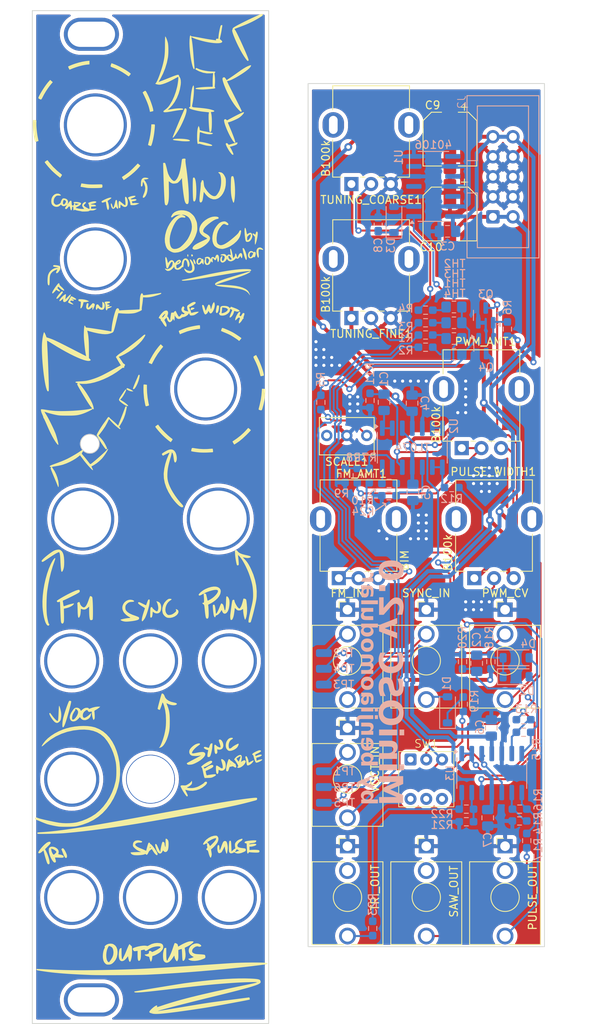
<source format=kicad_pcb>
(kicad_pcb (version 20240108) (generator "pcbnew") (generator_version "8.0")
  (title_block (title "MiniOSC") (rev "v2.0") (company "benjiaomodular"))
  (layers (0 "F.Cu" signal) (31 "B.Cu" signal) (34 "B.Paste" user) (35 "F.Paste" user) (36 "B.SilkS" user "B.Silkscreen") (37 "F.SilkS" user "F.Silkscreen") (38 "B.Mask" user) (39 "F.Mask" user) (44 "Edge.Cuts" user))
  (net 0 "")
  (net 1 "Net-(U2A--)")
  (net 2 "Net-(D2-K)")
  (net 3 "GND")
  (net 4 "+12V")
  (net 5 "-12V")
  (net 6 "Net-(D3-K)")
  (net 7 "Net-(D2-A)")
  (net 8 "Net-(D3-A)")
  (net 9 "Net-(D4-A)")
  (net 10 "Net-(D1-A)")
  (net 11 "Net-(FM_AMT1-Pad3)")
  (net 12 "Net-(J9-PadT)")
  (net 13 "Net-(J9-PadTN)")
  (net 14 "Net-(D1-K)")
  (net 15 "Net-(J11-PadTN)")
  (net 16 "Net-(J11-PadT)")
  (net 17 "Net-(J12-PadT)")
  (net 19 "Net-(J13-PadT)")
  (net 22 "Net-(J14-PadT)")
  (net 23 "Net-(PULSE_WIDTH1-Pad2)")
  (net 24 "Net-(PWM_AMT1-Pad1)")
  (net 25 "Net-(R1-Pad1)")
  (net 26 "Net-(R2-Pad1)")
  (net 27 "Net-(R3-Pad2)")
  (net 28 "Net-(R3-Pad1)")
  (net 29 "Net-(R4-Pad2)")
  (net 30 "Net-(R4-Pad1)")
  (net 31 "Net-(R5-Pad1)")
  (net 32 "Net-(U2C--)")
  (net 33 "Net-(U2D-+)")
  (net 34 "Net-(R10-Pad2)")
  (net 35 "Net-(U2D--)")
  (net 36 "Net-(U3B--)")
  (net 37 "Net-(R16-Pad2)")
  (net 38 "Net-(U3D--)")
  (net 39 "Net-(R22-Pad2)")
  (net 45 "Net-(U3D-+)")
  (net 46 "Net-(Q3-B)")
  (net 47 "Net-(Q4-B)")
  (net 48 "Net-(J1-PadTN)")
  (net 49 "Net-(J10-PadT)")
  (net 50 "Net-(SW1A-B)")
  (net 55 "Net-(J10-PadTN)")
  (net 56 "Net-(U2C-+)")
  (net 57 "Net-(U3C--)")
  (net 58 "Net-(U2B--)")
  (footprint "benjiaomodular:Potentiometer_RV09" (layer "F.Cu") (at 180.5 62 90)
    (property "Reference" "TUNING_COARSE1")
    (property "Value" "B100k")
  )
  (footprint "benjiaomodular:Button_KFC7x7" (layer "F.Cu") (at 190 137.5)
    (property "Reference" "SW1")
    (property "Value" "SW_DPDT_x2")
  )
  (footprint "benjiaomodular:AudioJack_3.5mm" (layer "F.Cu") (at 200 146)
    (property "Reference" "J14" (hide yes))
    (property "Value" "PULSE_OUT")
  )
  (footprint "Capacitor_SMD:CP_Elec_6.3x4.5" (layer "F.Cu") (at 193 65.8 -90)
    (property "Reference" "C10")
    (property "Value" "22uF")
  )
  (footprint "benjiaomodular:AudioJack_3.5mm" (layer "F.Cu") (at 180 146)
    (property "Reference" "J12" (hide yes))
    (property "Value" "TRI_OUT")
  )
  (footprint "benjiaomodular:Potentiometer_RV09" (layer "F.Cu") (at 178.9 112 90)
    (property "Reference" "FM_AMT1")
    (property "Value" "BIM")
  )
  (footprint "benjiaomodular:PanelHole_Potentiometer_RV09" (layer "F.Cu") (at 145.5 79 90)
    (property "Reference" "REF**" (hide yes))
    (property "Value" "PanelHole_Potentiometer_RV09" (hide yes))
  )
  (footprint "benjiaomodular:AudioJack_3.5mm" (layer "F.Cu") (at 200 116)
    (property "Reference" "J11" (hide yes))
    (property "Value" "PWM_CV")
  )
  (footprint "benjiaomodular:Panel_6HP" (layer "F.Cu") (at 140 40)
    (property "Reference" "REF**")
    (property "Value" "Panel_6HP")
  )
  (footprint "benjiaomodular:PanelHole_AudioJack_3.5mm" (layer "F.Cu") (at 165 116)
    (property "Reference" "REF**")
    (property "Value" "PanelHole_AudioJack_3.5mm")
  )
  (footprint "benjiaomodular:PanelHole_AudioJack_3.5mm" (layer "F.Cu") (at 145 131)
    (property "Reference" "REF**")
    (property "Value" "PanelHole_AudioJack_3.5mm" (hide yes))
  )
  (footprint "benjiaomodular:PanelHole_Potentiometer_RV09" (layer "F.Cu") (at 143.9 112 90)
    (property "Reference" "REF**" (hide yes))
    (property "Value" "PanelHole_Potentiometer_RV09" (hide yes))
  )
  (footprint "benjiaomodular:PanelHole_AudioJack_3.5mm" (layer "F.Cu") (at 145 146)
    (property "Reference" "REF**")
    (property "Value" "PanelHole_AudioJack_3.5mm" (hide yes))
  )
  (footprint "benjiaomodular:PanelHole_AudioJack_3.5mm" (layer "F.Cu") (at 155 116)
    (property "Reference" "REF**")
    (property "Value" "PanelHole_AudioJack_3.5mm")
  )
  (footprint "benjiaomodular:AudioJack_3.5mm" (layer "F.Cu") (at 180 131)
    (property "Reference" "J9" (hide yes))
    (property "Value" "VOCT_IN")
  )
  (footprint "benjiaomodular:Potentiometer_RV09" (layer "F.Cu") (at 196.1 112 90)
    (property "Reference" "PULSE_WIDTH1")
    (property "Value" "B100k")
  )
  (footprint "benjiaomodular:AudioJack_3.5mm" (layer "F.Cu") (at 190 116)
    (property "Reference" "J1" (hide yes))
    (property "Value" "SYNC_IN")
  )
  (footprint "benjiaomodular:PanelHole_Potentiometer_RV09" (layer "F.Cu") (at 159.5 95.5 90)
    (property "Reference" "REF**" (hide yes))
    (property "Value" "PanelHole_Potentiometer_RV09" (hide yes))
  )
  (footprint "benjiaomodular:PanelHole_Potentiometer_RV09" (layer "F.Cu") (at 161.1 112 90)
    (property "Reference" "REF**" (hide yes))
    (property "Value" "PanelHole_Potentiometer_RV09" (hide yes))
  )
  (footprint "LOGO" (layer "F.Cu") (at 154.8 104.25)
    (property "Reference" "G***" (hide yes))
    (property "Value" "LOGO" (hide yes))
  )
  (footprint "benjiaomodular:PanelHole_AudioJack_3.5mm" (layer "F.Cu") (at 165 146)
    (property "Reference" "REF**")
    (property "Value" "PanelHole_AudioJack_3.5mm")
  )
  (footprint "benjiaomodular:PanelHole_Potentiometer_RV09" (layer "F.Cu") (at 145.5 62 90)
    (property "Reference" "REF**" (hide yes))
    (property "Value" "PanelHole_Potentiometer_RV09" (hide yes))
  )
  (footprint "benjiaomodular:Potentiometer_RV09" (layer "F.Cu") (at 180.5 79 90)
    (property "Reference" "TUNING_FINE1")
    (property "Value" "B100k")
  )
  (footprint "benjiaomodular:Potentiometer_RV09" (layer "F.Cu") (at 194.5 95.5 90)
    (property "Reference" "PWM_AMT1")
    (property "Value" "B100k")
  )
  (footprint "benjiaomodular:AudioJack_3.5mm" (layer "F.Cu") (at 190 146)
    (property "Reference" "J13" (hide yes))
    (property "Value" "SAW_OUT")
  )
  (footprint "Potentiometer_THT:Potentiometer_Bourns_3266Y_Vertical" (layer "F.Cu") (at 182.45 93.9)
    (property "Reference" "SCALE1")
    (property "Value" "B1k")
  )
  (footprint "benjiaomodular:PanelHole_AudioJack_3.5mm" (layer "F.Cu") (at 155 146)
    (property "Reference" "REF**")
    (property "Value" "PanelHole_AudioJack_3.5mm")
  )
  (footprint "benjiaomodular:PanelHole_AudioJack_3.5mm" (layer "F.Cu") (at 145 116)
    (property "Reference" "REF**")
    (property "Value" "PanelHole_AudioJack_3.5mm" (hide yes))
  )
  (footprint "Capacitor_SMD:CP_Elec_6.3x4.5" (layer "F.Cu") (at 193 56.3 -90)
    (property "Reference" "C9")
    (property "Value" "22uF")
  )
  (footprint "benjiaomodular:AudioJack_3.5mm" (layer "F.Cu") (at 180 116)
    (property "Reference" "J10" (hide yes))
    (property "Value" "FM_IN")
  )
  (footprint "Diode_SMD:D_SOD-123" (layer "B.Cu") (at 201.4 124.5)
    (property "Reference" "D2")
    (property "Value" "1N4148W")
  )
  (footprint "Diode_SMD:D_SOD-123" (layer "B.Cu") (at 192.7 128.7 90)
    (property "Reference" "D1")
    (property "Value" "1N4148W")
  )
  (footprint "Connector_Wire:SolderWirePad_1x01_SMD_1x2mm" (layer "B.Cu") (at 177 123.5 90)
    (property "Reference" "TP4")
    (property "Value" "TestPoint")
  )
  (footprint "Resistor_SMD:R_0603_1608Metric_Pad0.98x0.95mm_HandSolder" (layer "B.Cu") (at 182.86 89.46 90)
    (property "Reference" "R11")
    (property "Value" "100k")
  )
  (footprint "Resistor_SMD:R_0603_1608Metric_Pad0.98x0.95mm_HandSolder" (layer "B.Cu") (at 198.2 122.6 90)
    (property "Reference" "R18")
    (property "Value" "20k")
  )
  (footprint "Connector_Wire:SolderWirePad_1x01_SMD_1x2mm" (layer "B.Cu") (at 177 125.5 90)
    (property "Reference" "TP3")
    (property "Value" "TestPoint")
  )
  (footprint "Resistor_SMD:R_0805_2012Metric_Pad1.20x1.40mm_HandSolder" (layer "B.Cu") (at 193.5125 77.6 180)
    (property "Reference" "TH2")
    (property "Value" "10K NTC")
  )
  (footprint "Resistor_SMD:R_0603_1608Metric_Pad0.98x0.95mm_HandSolder" (layer "B.Cu") (at 179.7 98.95 -90)
    (property "Reference" "R9")
    (property "Value" "10k")
  )
  (footprint "Package_SO:SOIC-14_3.9x8.7mm_P1.27mm" (layer "B.Cu") (at 198.3125 136.725 -90)
    (property "Reference" "U3")
    (property "Value" "TL074")
  )
  (footprint "Resistor_SMD:R_0603_1608Metric_Pad0.98x0.95mm_HandSolder" (layer "B.Cu") (at 193.2225 100.5)
    (property "Reference" "R12")
    (property "Value" "1k")
  )
  (footprint "Resistor_SMD:R_0603_1608Metric_Pad0.98x0.95mm_HandSolder" (layer "B.Cu") (at 183.2 156.4375 -90)
    (property "Reference" "R23")
    (property "Value" "1k")
  )
  (footprint "Capacitor_SMD:C_0603_1608Metric_Pad1.08x0.95mm_HandSolder" (layer "B.Cu") (at 183.9 67.1 90)
    (property "Reference" "C8")
    (property "Value" "2.2nF")
  )
  (footprint "Resistor_SMD:R_0603_1608Metric_Pad0.98x0.95mm_HandSolder" (layer "B.Cu") (at 185.26 101.54 180)
    (property "Reference" "R24")
    (property "Value" "68k")
  )
  (footprint "Diode_SMD:D_SOD-123" (layer "B.Cu") (at 185.9 66.5 90)
    (property "Reference" "D3")
    (property "Value" "1N4148W")
  )
  (footprint "Capacitor_SMD:C_0805_2012Metric_Pad1.18x1.45mm_HandSolder" (layer "B.Cu") (at 196.4 122.8 -90)
    (property "Reference" "C2")
    (property "Value" "1uF")
  )
  (footprint "Resistor_SMD:R_0603_1608Metric_Pad0.98x0.95mm_HandSolder" (layer "B.Cu") (at 189.9125 82.7 180)
    (property "Reference" "R2")
    (property "Value" "100k")
  )
  (footprint "Connector_Wire:SolderWirePad_1x01_SMD_1x2mm" (layer "B.Cu") (at 177 121.5 90)
    (property "Reference" "TP2")
    (property "Value" "TestPoint")
  )
  (footprint "Resistor_SMD:R_0603_1608Metric_Pad0.98x0.95mm_HandSolder" (layer "B.Cu") (at 194.6 122.6 -90)
    (property "Reference" "R20")
    (property "Value" "200k")
  )
  (footprint "Connector_Wire:SolderWirePad_1x01_SMD_1x2mm" (layer "B.Cu") (at 177 140.5 90)
    (property "Reference" "TP5")
    (property "Value" "TestPoint")
  )
  (footprint "Resistor_SMD:R_0603_1608Metric_Pad0.98x0.95mm_HandSolder" (layer "B.Cu") (at 182.77 98.98 -90)
    (property "Reference" "R7")
    (property "Value" "100k")
  )
  (footprint "Connector_Wire:SolderWirePad_1x01_SMD_1x2mm" (layer "B.Cu") (at 177 138.5 90)
    (property "Reference" "TP6")
    (property "Value" "TestPoint")
  )
  (footprint "Resistor_SMD:R_0603_1608Metric_Pad0.98x0.95mm_HandSolder" (layer "B.Cu") (at 181.24 98.98 -90)
    (property "Reference" "R8")
    (property "Value" "20k")
  )
  (footprint "Resistor_SMD:R_0805_2012Metric_Pad1.20x1.40mm_HandSolder" (layer "B.Cu") (at 193.5125 83.6 180)
    (property "Reference" "TH4")
    (property "Value" "10K NTC")
  )
  (footprint "Capacitor_SMD:C_0805_2012Metric_Pad1.18x1.45mm_HandSolder" (layer "B.Cu") (at 197.8 142.4 90)
    (property "Reference" "C7")
    (property "Value" "100nF")
  )
  (footprint "Resistor_SMD:R_0603_1608Metric_Pad0.98x0.95mm_HandSolder" (layer "B.Cu") (at 189.9125 81.15 180)
    (property "Reference" "R1")
    (property "Value" "100k")
  )
  (footprint "Resistor_SMD:R_0603_1608Metric_Pad0.98x0.95mm_HandSolder" (layer "B.Cu") (at 176.62 89.7025 90)
    (property "Reference" "R5")
    (property "Value" "1K5")
  )
  (footprint "Connector_Wire:SolderWirePad_1x01_SMD_1x2mm" (layer "B.Cu") (at 177 136.5 90)
    (property "Reference" "TP1")
    (property "Value" "TestPoint")
  )
  (footprint "Capacitor_SMD:C_0805_2012Metric_Pad1.18x1.45mm_HandSolder" (layer "B.Cu") (at 188.2 89.8 90)
    (property "Reference" "C4")
    (property "Value" "100nF")
  )
  (footprint "Resistor_SMD:R_0603_1608Metric_Pad0.98x0.95mm_HandSolder" (layer "B.Cu") (at 202.75 145.3 -90)
    (property "Reference" "R17")
    (property "Value" "1k")
  )
  (footprint "Capacitor_SMD:C_0805_2012Metric_Pad1.18x1.45mm_HandSolder" (layer "B.Cu") (at 192.7 68 180)
    (property "Reference" "C3")
    (property "Value" "100nF")
  )
  (footprint "Resistor_SMD:R_0603_1608Metric_Pad0.98x0.95mm_HandSolder" (layer "B.Cu") (at 202.35 129.95 180)
    (property "Reference" "R13")
    (property "Value" "10k")
  )
  (footprint "Package_TO_SOT_SMD:SOT-23" (layer "B.Cu") (at 197.55 78.6625 90)
    (property "Reference" "Q3")
    (property "Value" "BC848")
  )
  (footprint "Resistor_SMD:R_0603_1608Metric_Pad0.98x0.95mm_HandSolder" (layer "B.Cu") (at 202.35 131.55 180)
    (property "Reference" "R15")
    (property "Value" "10k")
  )
  (footprint "Package_SO:SOIC-14_3.9x8.7mm_P1.27mm" (layer "B.Cu") (at 188.2275 95.45 -90)
    (property "Reference" "U2")
    (property "Value" "TL074")
  )
  (footprint "Resistor_SMD:R_0603_1608Metric_Pad0.98x0.95mm_HandSolder" (layer "B.Cu") (at 201.8375 142.8 180)
    (property "Reference" "R14")
    (property "Value" "33k")
  )
  (footprint "Resistor_SMD:R_0603_1608Metric_Pad0.98x0.95mm_HandSolder" (layer "B.Cu") (at 194.7 127.9875 90)
    (property "Reference" "R19")
    (property "Value" "1k")
  )
  (footprint "Resistor_SMD:R_0603_1608Metric_Pad0.98x0.95mm_HandSolder" (layer "B.Cu") (at 185.28 99.98 180)
    (property "Reference" "R10")
    (property "Value" "100k")
  )
  (footprint "Capacitor_SMD:C_0805_2012Metric_Pad1.18x1.45mm_HandSolder" (layer "B.Cu") (at 184.64 89.69 90)
    (property "Reference" "C1")
    (property "Value" "1uF")
  )
  (footprint "benjiaomodular:Header_IDC2x05_NoArrow" (layer "B.Cu") (at 198.46 66.16)
    (property "Reference" "J2")
    (property "Value" "Conn_01x10_Pin")
  )
  (footprint "Resistor_SMD:R_0603_1608Metric_Pad0.98x0.95mm_HandSolder" (layer "B.Cu") (at 195.0875 142.9 180)
    (property "Reference" "R21")
    (property "Value" "10k")
  )
  (footprint "Package_TO_SOT_SMD:SOT-23" (layer "B.Cu") (at 197.6 82.5625 -90)
    (property "Reference" "Q4")
    (property "Value" "BC858")
  )
  (footprint "Resistor_SMD:R_0603_1608Metric_Pad0.98x0.95mm_HandSolder" (layer "B.Cu") (at 189.9125 79.6 180)
    (property "Reference" "R3")
    (property "Value" "1M")
  )
  (footprint "Package_SO:SOIC-14_3.9x8.7mm_P1.27mm" (layer "B.Cu") (at 190.9 62.3)
    (property "Reference" "U1")
    (property "Value" "40106")
  )
  (footprint "Resistor_SMD:R_0603_1608Metric_Pad0.98x0.95mm_HandSolder" (layer "B.Cu") (at 201.85 141.3)
    (property "Reference" "R16")
    (property "Value" "100k")
  )
  (footprint "Resistor_SMD:R_0603_1608Metric_Pad0.98x0.95mm_HandSolder" (layer "B.Cu") (at 195.0875 141.3 180)
    (property "Reference" "R22")
    (property "Value" "100k")
  )
  (footprint "Resistor_SMD:R_0603_1608Metric_Pad0.98x0.95mm_HandSolder" (layer "B.Cu") (at 189.9125 78 180)
    (property "Reference" "R4")
    (property "Value" "100k")
  )
  (footprint "Capacitor_SMD:C_0805_2012Metric_Pad1.18x1.45mm_HandSolder" (layer "B.Cu") (at 188.3 101.11 90)
    (property "Reference" "C5")
    (property "Value" "100nF")
  )
  (footprint "Resistor_SMD:R_0603_1608Metric_Pad0.98x0.95mm_HandSolder" (layer "B.Cu") (at 200.3 80.4 -90)
    (property "Reference" "R6")
    (property "Value" "1M")
  )
  (footprint "Capacitor_SMD:C_0805_2012Metric_Pad1.18x1.45mm_HandSolder" (layer "B.Cu") (at 198.25 131 90)
    (property "Reference" "C6")
    (property "Value" "100nF")
  )
  (footprint "Resistor_SMD:R_0805_2012Metric_Pad1.20x1.40mm_HandSolder" (layer "B.Cu") (at 193.5125 81.6 180)
    (property "Reference" "TH1")
    (property "Value" "10K NTC")
  )
  (footprint "Diode_SMD:D_SOD-123" (layer "B.Cu") (at 201.4 122.1)
    (property "Reference" "D4")
    (property "Value" "1N4148W")
  )
  (footprint "Resistor_SMD:R_0805_2012Metric_Pad1.20x1.40mm_HandSolder" (layer "B.Cu") (at 193.5125 79.6 180)
    (property "Reference" "TH3")
    (property "Value" "10K NTC")
  )
  (gr_line (start 183.575 100.675) (end 183.175 100.65) (stroke (width 0.15)) (layer "B.SilkS"))
  (gr_line (start 184.825 102.875) (end 184.85 102.55) (stroke (width 0.15)) (layer "B.SilkS"))
  (gr_line (start 183.55 101.025) (end 183.575 100.675) (stroke (width 0.15)) (layer "B.SilkS"))
  (gr_line (start 184.85 102.55) (end 184.825 102.875) (stroke (width 0.15)) (layer "B.SilkS"))
  (gr_line (start 183.575 100.675) (end 182.675 101.325) (stroke (width 0.15)) (layer "B.SilkS"))
  (gr_line (start 184.85 102.55) (end 183.525 103.45) (stroke (width 0.15)) (layer "B.SilkS"))
  (gr_line (start 183.575 100.675) (end 183.55 101.025) (stroke (width 0.15)) (layer "B.SilkS"))
  (gr_line (start 184.85 102.55) (end 184.475 102.45) (stroke (width 0.15)) (layer "B.SilkS"))
  (gr_rect (start 175 49.25) (end 205 158.75) (stroke (width 0.1)) (fill none) (layer "Edge.Cuts"))
  (gr_rect (start 140 40) (end 170 168.5) (stroke (width 0.1)) (fill none) (layer "Edge.Cuts"))
  (gr_circle (center 147.3 94.95) (end 148.5 94.95) (stroke (width 0.1)) (fill none) (layer "Edge.Cuts"))
  (gr_text "by benjiaomodular" (at 181.4 140.8 -90) (layer "B.SilkS") (effects (font (size 2 2) (thickness 0.4) (bold yes)) (justify left bottom mirror)))
  (gr_text "MiniOSC v2.0" (at 183.5 140.9 270) (layer "B.SilkS") (effects (font (size 3 3) (thickness 0.6) (bold yes)) (justify left bottom mirror)))
  (via (at 155 137.5) (size 6.2) (drill 6) (layers "F.Cu" "B.Cu") (net 0))
  (segment (start 184.64 92.7525) (end 184.4175 92.975) (width 0.25) (layer "B.Cu") (net 1))
  (segment (start 184.64 90.7275) (end 184.64 92.7525) (width 0.25) (layer "B.Cu") (net 1))
  (segment (start 184.4175 92.975) (end 185.6875 92.975) (width 0.25) (layer "B.Cu") (net 1))
  (segment (start 198.6125 122.1) (end 198.2 121.6875) (width 0.25) (layer "B.Cu") (net 2))
  (segment (start 199.75 122.1) (end 198.6125 122.1) (width 0.25) (layer "B.Cu") (net 2))
  (segment (start 196.475 121.6875) (end 196.4 121.7625) (width 0.25) (layer "B.Cu") (net 2))
  (segment (start 199.75 122.1) (end 199.75 124.5) (width 0.25) (layer "B.Cu") (net 2))
  (segment (start 198.2 121.6875) (end 196.475 121.6875) (width 0.25) (layer "B.Cu") (net 2))
  (via (at 196 115) (size 0.8) (drill 0.4) (layers "F.Cu" "B.Cu") (net 3))
  (via (at 181.3 90.8) (size 0.8) (drill 0.4) (layers "F.Cu" "B.Cu") (net 3))
  (via (at 199 98) (size 0.8) (drill 0.4) (layers "F.Cu" "B.Cu") (net 3))
  (via (at 179 85) (size 0.8) (drill 0.4) (layers "F.Cu" "B.Cu") (net 3))
  (via (at 177 83) (size 0.8) (drill 0.4) (layers "F.Cu" "B.Cu") (net 3))
  (via (at 198 115) (size 0.8) (drill 0.4) (layers "F.Cu" "B.Cu") (net 3))
  (via (at 186 87) (size 0.8) (drill 0.4) (layers "F.Cu" "B.Cu") (net 3))
  (via (at 195 116) (size 0.8) (drill 0.4) (layers "F.Cu" "B.Cu") (net 3))
  (via (at 180.3 89.9) (size 0.8) (drill 0.4) (layers "F.Cu" "B.Cu") (net 3))
  (via (at 194 91) (size 0.8) (drill 0.4) (layers "F.Cu" "B.Cu") (net 3))
  (via (at 181.3 89.9) (size 0.8) (drill 0.4) (layers "F.Cu" "B.Cu") (net 3))
  (via (at 188 107) (size 0.8) (drill 0.4) (layers "F.Cu" "B.Cu") (net 3))
  (via (at 190 87) (size 0.8) (drill 0.4) (layers "F.Cu" "B.Cu") (net 3))
  (via (at 177 84) (size 0.8) (drill 0.4) (layers "F.Cu" "B.Cu") (net 3))
  (via (at 176 84) (size 0.8) (drill 0.4) (layers "F.Cu" "B.Cu") (net 3))
  (via (at 189 105) (size 0.8) (drill 0.4) (layers "F.Cu" "B.Cu") (net 3))
  (via (at 184 106) (size 0.8) (drill 0.4) (layers "F.Cu" "B.Cu") (net 3))
  (via (at 190 104) (size 0.8) (drill 0.4) (layers "F.Cu" "B.Cu") (net 3))
  (via (at 178 84) (size 0.8) (drill 0.4) (layers "F.Cu" "B.Cu") (net 3))
  (via (at 195 115) (size 0.8) (drill 0.4) (layers "F.Cu" "B.Cu") (net 3))
  (via (at 195 87) (size 0.8) (drill 0.4) (layers "F.Cu" "B.Cu") (net 3))
  (via (at 197 101) (size 0.8) (drill 0.4) (layers "F.Cu" "B.Cu") (net 3))
  (via (at 176 82) (size 0.8) (drill 0.4) (layers "F.Cu" "B.Cu") (net 3))
  (via (at 195 89) (size 0.8) (drill 0.4) (layers "F.Cu" "B.Cu") (net 3))
  (via (at 176 83) (size 0.8) (drill 0.4) (layers "F.Cu" "B.Cu") (net 3))
  (via (at 195 91) (size 0.8) (drill 0.4) (layers "F.Cu" "B.Cu") (net 3))
  (via (at 197 115) (size 0.8) (drill 0.4) (layers "F.Cu" "B.Cu") (net 3))
  (via (at 197 100) (size 0.8) (drill 0.4) (layers "F.Cu" "B.Cu") (net 3))
  (via (at 176 85) (size 0.8) (drill 0.4) (layers "F.Cu" "B.Cu") (net 3))
  (via (at 187 87) (size 0.8) (drill 0.4) (layers "F.Cu" "B.Cu") (net 3))
  (via (at 188 87) (size 0.8) (drill 0.4) (layers "F.Cu" "B.Cu") (net 3))
  (via (at 198 99) (size 0.8) (drill 0.4) (layers "F.Cu" "B.Cu") (net 3))
  (via (at 180.3 89) (size 0.8) (drill 0.4) (layers "F.Cu" "B.Cu") (net 3))
  (via (at 197 116) (size 0.8) (drill 0.4) (layers "F.Cu" "B.Cu") (net 3))
  (via (at 185 107) (size 0.8) (drill 0.4) (layers "F.Cu" "B.Cu") (net 3))
  (via (at 196 100) (size 0.8) (drill 0.4) (layers "F.Cu" "B.Cu") (net 3))
  (via (at 199 99) (size 0.8) (drill 0.4) (layers "F.Cu" "B.Cu") (net 3))
  (via (at 190 107) (size 0.8) (drill 0.4) (layers "F.Cu" "B.Cu") (net 3))
  (via (at 180.3 90.8) (size 0.8) (drill 0.4) (layers "F.Cu" "B.Cu") (net 3))
  (via (at 198 101) (size 0.8) (drill 0.4) (layers "F.Cu" "B.Cu") (net 3))
  (via (at 177 85) (size 0.8) (drill 0.4) (layers "F.Cu" "B.Cu") (net 3))
  (via (at 178 85) (size 0.8) (drill 0.4) (layers "F.Cu" "B.Cu") (net 3))
  (via (at 181.3 89) (size 0.8) (drill 0.4) (layers "F.Cu" "B.Cu") (net 3))
  (via (at 189 106) (size 0.8) (drill 0.4) (layers "F.Cu" "B.Cu") (net 3))
  (via (at 197 98) (size 0.8) (drill 0.4) (layers "F.Cu" "B.Cu") (net 3))
  (via (at 189 107) (size 0.8) (drill 0.4) (layers "F.Cu" "B.Cu") (net 3))
  (via (at 196 116) (size 0.8) (drill 0.4) (layers "F.Cu" "B.Cu") (net 3))
  (via (at 195 88) (size 0.8) (drill 0.4) (layers "F.Cu" "B.Cu") (net 3))
  (via (at 189 104) (size 0.8) (drill 0.4) (layers "F.Cu" "B.Cu") (net 3))
  (via (at 190 106) (size 0.8) (drill 0.4) (layers "F.Cu" "B.Cu") (net 3))
  (via (at 197 99) (size 0.8) (drill 0.4) (layers "F.Cu" "B.Cu") (net 3))
  (via (at 198 98) (size 0.8) (drill 0.4) (layers "F.Cu" "B.Cu") (net 3))
  (via (at 196 99) (size 0.8) (drill 0.4) (layers "F.Cu" "B.Cu") (net 3))
  (via (at 198 100) (size 0.8) (drill 0.4) (layers "F.Cu" "B.Cu") (net 3))
  (via (at 189 87) (size 0.8) (drill 0.4) (layers "F.Cu" "B.Cu") (net 3))
  (via (at 199 100) (size 0.8) (drill 0.4) (layers "F.Cu" "B.Cu") (net 3))
  (via (at 190 105) (size 0.8) (drill 0.4) (layers "F.Cu" "B.Cu") (net 3))
  (via (at 195 90) (size 0.8) (drill 0.4) (layers "F.Cu" "B.Cu") (net 3))
  (segment (start 189.4975 92.000001) (end 189.4975 92.975) (width 0.25) (layer "B.Cu") (net 3))
  (segment (start 191.4 52) (end 185.3 52) (width 0.5) (layer "F.Cu") (net 4))
  (segment (start 200.4 104.65) (end 200.4 111.3) (width 0.5) (layer "F.Cu") (net 4))
  (segment (start 185.740775 88.940775) (end 186.095 88.940775) (width 0.5) (layer "F.Cu") (net 4))
  (segment (start 180.1 57.2) (end 180.1 57.3) (width 0.5) (layer "F.Cu") (net 4))
  (segment (start 193 53.6) (end 191.4 52) (width 0.5) (layer "F.Cu") (net 4))
  (segment (start 195.4 56) (end 193 53.6) (width 0.5) (layer "F.Cu") (net 4))
  (segment (start 198.46 56) (end 195.4 56) (width 0.5) (layer "F.Cu") (net 4))
  (segment (start 200.4 111.3) (end 201.1 112) (width 0.5) (layer "F.Cu") (net 4))
  (segment (start 201.6 82.6) (end 203.6 84.6) (width 0.5) (layer "F.Cu") (net 4))
  (segment (start 176.9 80.1) (end 185.740775 88.940775) (width 0.5) (layer "F.Cu") (net 4))
  (segment (start 201.6 81.8) (end 201.6 82.6) (width 0.5) (layer "F.Cu") (net 4))
  (segment (start 199.296752 103.546752) (end 200.4 104.65) (width 0.5) (layer "F.Cu") (net 4))
  (segment (start 185.3 52) (end 180.1 57.2) (width 0.5) (layer "F.Cu") (net 4))
  (via (at 186.095 88.940775) (size 1) (drill 0.5) (layers "F.Cu" "B.Cu") (net 4))
  (via (at 203.6 84.6) (size 0.8) (drill 0.4) (layers "F.Cu" "B.Cu") (net 4))
  (via (at 199.296752 103.546752) (size 1) (drill 0.5) (layers "F.Cu" "B.Cu") (net 4))
  (via (at 201.6 81.8) (size 0.8) (drill 0.4) (layers "F.Cu" "B.Cu") (net 4))
  (via (at 180.1 57.3) (size 1) (drill 0.5) (layers "F.Cu" "B.Cu") (net 4))
  (via (at 176.9 80.1) (size 0.8) (drill 0.4) (layers "F.Cu" "B.Cu") (net 4))
  (segment (start 203.61 58.61) (end 201 56) (width 0.5) (layer "B.Cu") (net 4))
  (segment (start 190.48995 111.8) (end 188.2 114.08995) (width 0.5) (layer "B.Cu") (net 4))
  (segment (start 195.19 66.11) (end 196.4 64.9) (width 0.5) (layer "B.Cu") (net 4))
  (segment (start 198.3125 132.25) (end 198.3125 134.25) (width 0.5) (layer "B.Cu") (net 4))
  (segment (start 201.7 100.78995) (end 201.7 93.16005) (width 0.5) (layer "B.Cu") (net 4))
  (segment (start 188.35 125.252082) (end 188.2 125.402082) (width 0.5) (layer "B.Cu") (net 4))
  (segment (start 199.296752 103.546752) (end 199.296752 105.453248) (width 0.5) (layer "B.Cu") (net 4))
  (segment (start 201.1125 81.3125) (end 201.6 81.8) (width 0.5) (layer "B.Cu") (net 4))
  (segment (start 193.58995 132.1) (end 198.1625 132.1) (width 0.5) (layer "B.Cu") (net 4))
  (segment (start 193.375 67.6375) (end 193.7375 68) (width 0.5) (layer "B.Cu") (net 4))
  (segment (start 188.2 124.397918) (end 188.35 124.547918) (width 0.5) (layer "B.Cu") (net 4))
  (segment (start 190.4 131.5) (end 192.98995 131.5) (width 0.5) (layer "B.Cu") (net 4))
  (segment (start 198.1625 132.1) (end 198.3125 132.25) (width 0.5) (layer "B.Cu") (net 4))
  (segment (start 175.75 78.95) (end 175.75 61.65) (width 0.5) (layer "B.Cu") (net 4))
  (segment (start 188.2275 90.865) (end 188.2275 92.975) (width 0.5) (layer "B.Cu") (net 4))
  (segment (start 192.98995 131.5) (end 193.58995 132.1) (width 0.5) (layer "B.Cu") (net 4))
  (segment (start 203.6 84.6) (end 203.6 82.45) (width 0.5) (layer "B.Cu") (net 4))
  (segment (start 196.4 64.9) (end 196.4 58.06) (width 0.5) (layer "B.Cu") (net 4))
  (segment (start 199.296752 103.546752) (end 199.296752 103.193198) (width 0.5) (layer "B.Cu") (net 4))
  (segment (start 188.2 129.3) (end 190.4 131.5) (width 0.5) (layer "B.Cu") (net 4))
  (segment (start 188.2 125.402082) (end 188.2 129.3) (width 0.5) (layer "B.Cu") (net 4))
  (segment (start 193.375 66.11) (end 193.375 67.6375) (width 0.5) (layer "B.Cu") (net 4))
  (segment (start 199.296752 105.453248) (end 192.95 111.8) (width 0.5) (layer "B.Cu") (net 4))
  (segment (start 201 56) (end 198.46 56) (width 0.5) (layer "B.Cu") (net 4))
  (segment (start 176.9 80.1) (end 175.75 78.95) (width 0.5) (layer "B.Cu") (net 4))
  (segment (start 193.375 66.11) (end 195.19 66.11) (width 0.5) (layer "B.Cu") (net 4))
  (segment (start 203.61 82.44) (end 203.61 58.61) (width 0.5) (layer "B.Cu") (net 4))
  (segment (start 201.7 93.16005) (end 198.25 89.71005) (width 0.5) (layer "B.Cu") (net 4))
  (segment (start 199.296752 103.193198) (end 201.7 100.78995) (width 0.5) (layer "B.Cu") (net 4))
  (segment (start 200.3 81.3125) (end 201.1125 81.3125) (width 0.5) (layer "B.Cu") (net 4))
  (segment (start 188.2 90.8375) (end 187.805622 90.8375) (width 0.5) (layer "B.Cu") (net 4))
  (segment (start 198.25 89.71005) (end 198.25 87.8) (width 0.5) (layer "B.Cu") (net 4))
  (segment (start 192.95 111.8) (end 190.48995 111.8) (width 0.5) (layer "B.Cu") (net 4))
  (segment (start 180.1 57.3) (end 180.13 57.27) (width 0.5) (layer "B.Cu") (net 4))
  (segment (start 196.4 58.06) (end 198.46 56) (width 0.5) (layer "B.Cu") (net 4))
  (segment (start 188.2 114.08995) (end 188.2 124.397918) (width 0.5) (layer "B.Cu") (net 4))
  (segment (start 188.35 124.547918) (end 188.35 125.252082) (width 0.5) (layer "B.Cu") (net 4))
  (segment (start 187.805622 90.8375) (end 186.15 89.181878) (width 0.5) (layer "B.Cu") (net 4))
  (segment (start 188.2 90.8375) (end 188.2275 90.865) (width 0.5) (layer "B.Cu") (net 4))
  (segment (start 203.6 82.45) (end 203.61 82.44) (width 0.5) (layer "B.Cu") (net 4))
  (segment (start 198.25 87.8) (end 203.61 82.44) (width 0.5) (layer "B.Cu") (net 4))
  (segment (start 175.75 61.65) (end 180.1 57.3) (width 0.5) (layer "B.Cu") (net 4))
  (segment (start 193.4475 66.0375) (end 193.375 66.11) (width 0.5) (layer "B.Cu") (net 4))
  (segment (start 198.1 124.9) (end 187.5 124.9) (width 0.5) (layer "F.Cu") (net 5))
  (segment (start 193.275432 92.825) (end 196.375 92.825) (width 0.5) (layer "F.Cu") (net 5))
  (segment (start 181.383179 83.381097) (end 181.381097 83.381097) (width 0.5) (layer "F.Cu") (net 5))
  (segment (start 183.07 85.07) (end 181.881097 83.881097) (width 0.5) (layer "F.Cu") (net 5))
  (segment (start 196.4 112) (end 196.1 112) (width 0.5) (layer "F.Cu") (net 5))
  (segment (start 198.079523 104.65) (end 199.7 106.270477) (width 0.5) (layer "F.Cu") (net 5))
  (segment (start 181.881097 83.881097) (end 181.881097 83.879015) (width 0.5) (layer "F.Cu") (net 5))
  (segment (start 195.34 66.16) (end 193 68.5) (width 0.5) (layer "F.Cu") (net 5))
  (segment (start 198.46 66.16) (end 195.34 66.16) (width 0.5) (layer "F.Cu") (net 5))
  (segment (start 187.617432 95.182568) (end 188.55 94.25) (width 0.5) (layer "F.Cu") (net 5))
  (segment (start 181.381097 83.381097) (end 180.5 82.5) (width 0.5) (layer "F.Cu") (net 5))
  (segment (start 199.7 108.7) (end 196.4 112) (width 0.5) (layer "F.Cu") (net 5))
  (segment (start 197.3 91.9) (end 197.3 89.75) (width 0.5) (layer "F.Cu") (net 5))
  (segment (start 199.7 106.270477) (end 199.7 108.7) (width 0.5) (layer "F.Cu") (net 5))
  (segment (start 196.27 85.07) (end 183.07 85.07) (width 0.5) (layer "F.Cu") (net 5))
  (segment (start 180.5 82.5) (end 180.5 79) (width 0.5) (layer "F.Cu") (net 5))
  (segment (start 191.850432 94.25) (end 193.275432 92.825) (width 0.5) (layer "F.Cu") (net 5))
  (segment (start 197.3 89.75) (end 197.3 86.1) (width 0.5) (layer "F.Cu") (net 5))
  (segment (start 181.881097 83.879015) (end 181.383179 83.381097) (width 0.5) (layer "F.Cu") (net 5))
  (segment (start 197.3 86.1) (end 196.27 85.07) (width 0.5) (layer "F.Cu") (net 5))
  (segment (start 196.375 92.825) (end 197.3 91.9) (width 0.5) (layer "F.Cu") (net 5))
  (segment (start 188.55 94.25) (end 191.850432 94.25) (width 0.5) (layer "F.Cu") (net 5))
  (segment (start 180.5 79) (end 180.5 62) (width 0.5) (layer "F.Cu") (net 5))
  (via (at 187.5 124.9) (size 0.8) (drill 0.4) (layers "F.Cu" "B.Cu") (net 5))
  (via (at 187.617432 95.182568) (size 1) (drill 0.5) (layers "F.Cu" "B.Cu") (net 5))
  (via (at 198.1 124.9) (size 0.8) (drill 0.4) (layers "F.Cu" "B.Cu") (net 5))
  (via (at 198.079523 104.65) (size 1) (drill 0.5) (layers "F.Cu" "B.Cu") (net 5))
  (via (at 197.3 89.75) (size 1) (drill 0.5) (layers "F.Cu" "B.Cu") (net 5))
  (segment (start 202.91 82.15005) (end 202.91 68.07) (width 0.5) (layer "B.Cu") (net 5))
  (segment (start 198.079523 103.420477) (end 198.079523 104.65) (width 0.5) (layer "B.Cu") (net 5))
  (segment (start 190.1 132.2) (end 187.5 129.6) (width 0.5) (layer "B.Cu") (net 5))
  (segment (start 198.3125 139.2) (end 198.3125 137.416921) (width 0.5) (layer "B.Cu") (net 5))
  (segment (start 193.45 135.3) (end 193.45 132.95) (width 0.5) (layer "B.Cu") (net 5))
  (segment (start 192.7 132.2) (end 190.1 132.2) (width 0.5) (layer "B.Cu") (net 5))
  (segment (start 190.2 111.1) (end 192.65 111.1) (width 0.5) (layer "B.Cu") (net 5))
  (segment (start 194.75 136.6) (end 193.45 135.3) (width 0.5) (layer "B.Cu") (net 5))
  (segment (start 198.46 66.16) (end 201 66.16) (width 0.5) (layer "B.Cu") (net 5))
  (segment (start 198.079523 105.670477) (end 198.079523 104.65) (width 0.5) (layer "B.Cu") (net 5))
  (segment (start 188.2275 97.925) (end 188.2275 100) (width 0.5) (layer "B.Cu") (net 5))
  (segment (start 201 93.45) (end 201 100.5) (width 0.5) (layer "B.Cu") (net 5))
  (segment (start 201 100.5) (end 198.079523 103.420477) (width 0.5) (layer "B.Cu") (net 5))
  (segment (start 197.495579 136.6) (end 194.75 136.6) (width 0.5) (layer "B.Cu") (net 5))
  (segment (start 198.3125 139.2) (end 198.3125 140.85) (width 0.5) (layer "B.Cu") (net 5))
  (segment (start 197.3 89.75) (end 201 93.45) (width 0.5) (layer "B.Cu") (net 5))
  (segment (start 187.617432 95.182568) (end 188.2275 95.792636) (width 0.5) (layer "B.Cu") (net 5))
  (segment (start 192.65 111.1) (end 198.079523 105.670477) (width 0.5) (layer "B.Cu") (net 5))
  (segment (start 193.45 132.95) (end 192.7 132.2) (width 0.5) (layer "B.Cu") (net 5))
  (segment (start 187.5 124.9) (end 187.5 113.8) (width 0.5) (layer "B.Cu") (net 5))
  (segment (start 198.3 84.2) (end 197.6 83.5) (width 0.5) (layer "B.Cu") (net 5))
  (segment (start 188.2275 100) (end 188.3 100.0725) (width 0.5) (layer "B.Cu") (net 5))
  (segment (start 197.3 89.75) (end 197.3 87.76005) (width 0.5) (layer "B.Cu") (net 5))
  (segment (start 197.3 87.5) (end 198.3 86.5) (width 0.5) (layer "B.Cu") (net 5))
  (segment (start 198.2 123.5125) (end 198.2 124.8) (width 0.5) (layer "B.Cu") (net 5))
  (segment (start 187.5 129.6) (end 187.5 124.9) (width 0.5) (layer "B.Cu") (net 5))
  (segment (start 198.2 124.8) (end 198.1 124.9) (width 0.5) (layer "B.Cu") (net 5))
  (segment (start 197.3 87.76005) (end 197.3 87.5) (width 0.5) (layer "B.Cu") (net 5))
  (segment (start 198.3125 137.416921) (end 197.495579 136.6) (width 0.5) (layer "B.Cu") (net 5))
  (segment (start 187.5 113.8) (end 190.2 111.1) (width 0.5) (layer "B.Cu") (net 5))
  (segment (start 188.2275 95.792636) (end 188.2275 97.925) (width 0.5) (layer "B.Cu") (net 5))
  (segment (start 197.3 87.76005) (end 202.91 82.15005) (width 0.5) (layer "B.Cu") (net 5))
  (segment (start 198.3 86.5) (end 198.3 84.2) (width 0.5) (layer "B.Cu") (net 5))
  (segment (start 198.3125 140.85) (end 197.8 141.3625) (width 0.5) (layer "B.Cu") (net 5))
  (segment (start 202.91 68.07) (end 201 66.16) (width 0.5) (layer "B.Cu") (net 5))
  (segment (start 183.5 137) (end 190 137) (width 0.25) (layer "F.Cu") (net 6))
  (segment (start 183 137.5) (end 183.5 137) (width 0.25) (layer "F.Cu") (net 6))
  (segment (start 190 137) (end 192 135) (width 0.25) (layer "F.Cu") (net 6))
  (segment (start 193.513604 93.4) (end 191.813604 95.1) (width 0.25) (layer "F.Cu") (net 6))
  (segment (start 199 77.3) (end 199 92.8) (width 0.25) (layer "F.Cu") (net 6))
  (segment (start 199 77.3) (end 197.7 76) (width 0.25) (layer "F.Cu") (net 6))
  (segment (start 191.813604 95.1) (end 191.1 95.1) (width 0.25) (layer "F.Cu") (net 6))
  (segment (start 199 92.8) (end 198.4 93.4) (width 0.25) (layer "F.Cu") (net 6))
  (segment (start 198.4 93.4) (end 193.513604 93.4) (width 0.25) (layer "F.Cu") (net 6))
  (segment (start 192.6 76) (end 191.3 74.7) (width 0.25) (layer "F.Cu") (net 6))
  (segment (start 197.7 76) (end 192.6 76) (width 0.25) (layer "F.Cu") (net 6))
  (via (at 191.1 95.1) (size 0.8) (drill 0.4) (layers "F.Cu" "B.Cu") (net 6))
  (via (at 191.3 74.7) (size 0.8) (drill 0.4) (layers "F.Cu" "B.Cu") (net 6))
  (via (at 183 137.5) (size 0.8) (drill 0.4) (layers "F.Cu" "B.Cu") (net 6))
  (via (at 199 77.3) (size 0.8) (drill 0.4) (layers "F.Cu" "B.Cu") (net 6))
  (segment (start 197.55 77.725) (end 198.575 77.725) (width 0.25) (layer "B.Cu") (net 6))
  (segment (start 186.775 129.775) (end 192 135) (width 0.25) (layer "B.Cu") (net 6))
  (segment (start 177 138.5) (end 182 138.5) (width 0.25) (layer "B.Cu") (net 6))
  (segment (start 189.7 95.1) (end 189.699204 95.099204) (width 0.25) (layer "B.Cu") (net 6))
  (segment (start 189.699204 95.099204) (end 188.700796 95.099204) (width 0.25) (layer "B.Cu") (net 6))
  (segment (start 186.775 124.599695) (end 186.775 129.775) (width 0.25) (layer "B.Cu") (net 6))
  (segment (start 189.961828 110.525) (end 186.925 113.561828) (width 0.25) (layer "B.Cu") (net 6))
  (segment (start 188.425 66.11) (end 188.425 67.925) (width 0.25) (layer "B.Cu") (net 6))
  (segment (start 191.5 109) (end 189.975 110.525) (width 0.25) (layer "B.Cu") (net 6))
  (segment (start 184.0875 68.15) (end 183.9 67.9625) (width 0.25) (layer "B.Cu") (net 6))
  (segment (start 190.1425 95.8925) (end 190.1425 99.622076) (width 0.25) (layer "B.Cu") (net 6))
  (segment (start 186.925 113.561828) (end 186.925 124.449695) (width 0.25) (layer "B.Cu") (net 6))
  (segment (start 188.425 67.925) (end 190.9 70.4) (width 0.25) (layer "B.Cu") (net 6))
  (segment (start 191.5 100.979576) (end 191.5 109) (width 0.25) (layer "B.Cu") (net 6))
  (segment (start 190.1425 99.622076) (end 191.5 100.979576) (width 0.25) (layer "B.Cu") (net 6))
  (segment (start 190.9 70.4) (end 190.9 74.3) (width 0.25) (layer "B.Cu") (net 6))
  (segment (start 186.9575 92.975) (end 186.9575 93.355908) (width 0.25) (layer "B.Cu") (net 6))
  (segment (start 187.94 66.11) (end 185.9 68.15) (width 0.25) (layer "B.Cu") (net 6))
  (segment (start 186.9575 93.355908) (end 188.700796 95.099204) (width 0.25) (layer "B.Cu") (net 6))
  (segment (start 191.1 95.1) (end 189.7 95.1) (width 0.25) (layer "B.Cu") (net 6))
  (segment (start 185.9 68.15) (end 184.0875 68.15) (width 0.25) (layer "B.Cu") (net 6))
  (segment (start 186.925 124.449695) (end 186.775 124.599695) (width 0.25) (layer "B.Cu") (net 6))
  (segment (start 188.700796 95.099204) (end 189.349204 95.099204) (width 0.25) (layer "B.Cu") (net 6))
  (segment (start 197.5 77.675) (end 197.55 77.725) (width 0.25) (layer "B.Cu") (net 6))
  (segment (start 189.975 110.525) (end 189.961828 110.525) (width 0.25) (layer "B.Cu") (net 6))
  (segment (start 188.425 66.11) (end 187.94 66.11) (width 0.25) (layer "B.Cu") (net 6))
  (segment (start 182 138.5) (end 183 137.5) (width 0.25) (layer "B.Cu") (net 6))
  (segment (start 189.349204 95.099204) (end 190.1425 95.8925) (width 0.25) (layer "B.Cu") (net 6))
  (segment (start 190.9 74.3) (end 191.3 74.7) (width 0.25) (layer "B.Cu") (net 6))
  (segment (start 198.575 77.725) (end 199 77.3) (width 0.25) (layer "B.Cu") (net 6))
  (segment (start 203.75 130.3) (end 202.3 128.85) (width 0.25) (layer "F.Cu") (net 7))
  (segment (start 200.15 137.05) (end 203.75 133.45) (width 0.25) (layer "F.Cu") (net 7))
  (segment (start 197.65 137.05) (end 200.15 137.05) (width 0.25) (layer "F.Cu") (net 7))
  (segment (start 196.3 135.7) (end 197.65 137.05) (width 0.25) (layer "F.Cu") (net 7))
  (segment (start 203.75 133.45) (end 203.75 130.3) (width 0.25) (layer "F.Cu") (net 7))
  (via (at 202.3 128.85) (size 0.8) (drill 0.4) (layers "F.Cu" "B.Cu") (net 7))
  (via (at 196.3 135.7) (size 0.8) (drill 0.4) (layers "F.Cu" "B.Cu") (net 7))
  (segment (start 203.05 124.5) (end 203.625 125.075) (width 0.25) (layer "B.Cu") (net 7))
  (segment (start 203.625 127.525) (end 202.3 128.85) (width 0.25) (layer "B.Cu") (net 7))
  (segment (start 202.3 128.85) (end 202.3 129.0875) (width 0.25) (layer "B.Cu") (net 7))
  (segment (start 196.3 135.7) (end 195.7725 135.1725) (width 0.25) (layer "B.Cu") (net 7))
  (segment (start 203.625 125.075) (end 203.625 127.525) (width 0.25) (layer "B.Cu") (net 7))
  (segment (start 202.3 129.0875) (end 201.4375 129.95) (width 0.25) (layer "B.Cu") (net 7))
  (segment (start 195.7725 135.1725) (end 195.7725 134.25) (width 0.25) (layer "B.Cu") (net 7))
  (segment (start 195.7725 134.25) (end 194.5025 134.25) (width 0.25) (layer "B.Cu") (net 7))
  (segment (start 188.425 64.84) (end 185.91 64.84) (width 0.25) (layer "B.Cu") (net 8))
  (segment (start 185.91 64.84) (end 185.9 64.85) (width 0.25) (layer "B.Cu") (net 8))
  (segment (start 203.2625 131.55) (end 204.075 130.7375) (width 0.25) (layer "B.Cu") (net 9))
  (segment (start 203.2625 131.55) (end 203.2625 133.11) (width 0.25) (layer "B.Cu") (net 9))
  (segment (start 204.075 130.7375) (end 204.075 123.125) (width 0.25) (layer "B.Cu") (net 9))
  (segment (start 203.2625 133.11) (end 202.1225 134.25) (width 0.25) (layer "B.Cu") (net 9))
  (segment (start 204.075 123.125) (end 203.05 122.1) (width 0.25) (layer "B.Cu") (net 9))
  (segment (start 190 127.4) (end 190.35 127.05) (width 0.25) (layer "B.Cu") (net 10))
  (segment (start 190.35 127.05) (end 192.7 127.05) (width 0.25) (layer "B.Cu") (net 10))
  (segment (start 186.974999 112) (end 183.9 112) (width 0.25) (layer "F.Cu") (net 11))
  (segment (start 187.8375 111.137499) (end 186.974999 112) (width 0.25) (layer "F.Cu") (net 11))
  (via (at 187.8375 111.137499) (size 0.8) (drill 0.4) (layers "F.Cu" "B.Cu") (net 11))
  (segment (start 180.25 103.040812) (end 180.25 106.863604) (width 0.25) (layer "B.Cu") (net 11))
  (segment (start 179.15 90.876903) (end 179.15 92.223097) (width 0.25) (layer "B.Cu") (net 11))
  (segment (start 184.780204 109.875) (end 186.042703 111.137499) (width 0.25) (layer "B.Cu") (net 11))
  (segment (start 183.261396 109.875) (end 184.780204 109.875) (width 0.25) (layer "B.Cu") (net 11))
  (segment (start 179.15 92.223097) (end 178.865 92.508097) (width 0.25) (layer "B.Cu") (net 11))
  (segment (start 182.261396 84.625) (end 178.7 88.186396) (width 0.25) (layer "B.Cu") (net 11))
  (segment (start 194.5125 81.6) (end 193.4375 82.675) (width 0.25) (layer "B.Cu") (net 11))
  (segment (start 193.1076 84.625) (end 182.261396 84.625) (width 0.25) (layer "B.Cu") (net 11))
  (segment (start 193.4375 84.2951) (end 193.1076 84.625) (width 0.25) (layer "B.Cu") (net 11))
  (segment (start 178.7 88.186396) (end 178.7 90.426903) (width 0.25) (layer "B.Cu") (net 11))
  (segment (start 177.75 95.936396) (end 177.75 100.540812) (width 0.25) (layer "B.Cu") (net 11))
  (segment (start 193.4375 82.675) (end 193.4375 84.2951) (width 0.25) (layer "B.Cu") (net 11))
  (segment (start 186.042703 111.137499) (end 187.8375 111.137499) (width 0.25) (layer "B.Cu") (net 11))
  (segment (start 180.25 106.863604) (end 183.261396 109.875) (width 0.25) (layer "B.Cu") (net 11))
  (segment (start 177.75 100.540812) (end 180.25 103.040812) (width 0.25) (layer "B.Cu") (net 11))
  (segment (start 178.865 92.508097) (end 178.865 94.821396) (width 0.25) (layer "B.Cu") (net 11))
  (segment (start 178.865 94.821396) (end 177.75 95.936396) (width 0.25) (layer "B.Cu") (net 11))
  (segment (start 178.7 90.426903) (end 179.15 90.876903) (width 0.25) (layer "B.Cu") (net 11))
  (segment (start 178.415 92.321701) (end 178.415 94.635) (width 0.25) (layer "B.Cu") (net 12))
  (segment (start 184.593808 110.325) (end 186.475 112.206192) (width 0.25) (layer "B.Cu") (net 12))
  (segment (start 185.6 84.1) (end 182.15 84.1) (width 0.25) (layer "B.Cu") (net 12))
  (segment (start 179.8 107.05) (end 183.075 110.325) (width 0.25) (layer "B.Cu") (net 12))
  (segment (start 178.7 91.063299) (end 178.7 92.036701) (width 0.25) (layer "B.Cu") (net 12))
  (segment (start 182.15 84.1) (end 178.25 88) (width 0.25) (layer "B.Cu") (net 12))
  (segment (start 187 82.7) (end 185.6 84.1) (width 0.25) (layer "B.Cu") (net 12))
  (segment (start 177.05 100.477208) (end 179.8 103.227208) (width 0.25) (layer "B.Cu") (net 12))
  (segment (start 179.8 103.227208) (end 179.8 107.05) (width 0.25) (layer "B.Cu") (net 12))
  (segment (start 177.05 96) (end 177.05 100.477208) (width 0.25) (layer "B.Cu") (net 12))
  (segment (start 183.075 110.325) (end 184.593808 110.325) (width 0.25) (layer "B.Cu") (net 12))
  (segment (start 178.25 88) (end 178.25 90.613299) (width 0.25) (layer "B.Cu") (net 12))
  (segment (start 186.325 136.075) (end 180 142.4) (width 0.25) (layer "B.Cu") (net 12))
  (segment (start 186.475 112.206192) (end 186.475 124.263299) (width 0.25) (layer "B.Cu") (net 12))
  (segment (start 178.415 94.635) (end 177.05 96) (width 0.25) (layer "B.Cu") (net 12))
  (segment (start 178.7 92.036701) (end 178.415 92.321701) (width 0.25) (layer "B.Cu") (net 12))
  (segment (start 186.475 124.263299) (end 186.325 124.413299) (width 0.25) (layer "B.Cu") (net 12))
  (segment (start 186.325 124.413299) (end 186.325 136.075) (width 0.25) (layer "B.Cu") (net 12))
  (segment (start 189 82.7) (end 187 82.7) (width 0.25) (layer "B.Cu") (net 12))
  (segment (start 178.25 90.613299) (end 178.7 91.063299) (width 0.25) (layer "B.Cu") (net 12))
  (segment (start 177.6 136.5) (end 177 136.5) (width 0.25) (layer "B.Cu") (net 13))
  (segment (start 180 134.1) (end 177.6 136.5) (width 0.25) (layer "B.Cu") (net 13))
  (segment (start 192.7 129.075) (end 192.7 130.35) (width 0.25) (layer "B.Cu") (net 14))
  (segment (start 194.7 127.075) (end 192.7 129.075) (width 0.25) (layer "B.Cu") (net 14))
  (segment (start 191.85 120.85) (end 192.5 121.5) (width 0.25) (layer "F.Cu") (net 15))
  (segment (start 179.5 123.5) (end 179.5 123) (width 0.25) (layer "F.Cu") (net 15))
  (segment (start 179.5 123) (end 180.55 121.95) (width 0.25) (layer "F.Cu") (net 15))
  (segment (start 197.6 121.5) (end 200 119.1) (width 0.25) (layer "F.Cu") (net 15))
  (segment (start 187.786396 121.95) (end 188.886396 120.85) (width 0.25) (layer "F.Cu") (net 15))
  (segment (start 200 119.1) (end 200.1 119) (width 0.25) (layer "F.Cu") (net 15))
  (segment (start 188.886396 120.85) (end 191.85 120.85) (width 0.25) (layer "F.Cu") (net 15))
  (segment (start 192.5 121.5) (end 197.6 121.5) (width 0.25) (layer "F.Cu") (net 15))
  (segment (start 180.55 121.95) (end 187.786396 121.95) (width 0.25) (layer "F.Cu") (net 15))
  (via (at 179.5 123.5) (size 0.8) (drill 0.4) (layers "F.Cu" "B.Cu") (net 15))
  (segment (start 179 123.5) (end 179.5 123.5) (width 0.25) (layer "B.Cu") (net 15))
  (segment (start 177 125.5) (end 179 123.5) (width 0.25) (layer "B.Cu") (net 15))
  (segment (start 201.05 107.276396) (end 204.05 110.276396) (width 0.25) (layer "F.Cu") (net 16))
  (segment (start 199.5 95.5) (end 200.3 95.5) (width 0.25) (layer "F.Cu") (net 16))
  (segment (start 200.71915 127.4) (end 200 127.4) (width 0.25) (layer "F.Cu") (net 16))
  (segment (start 204.05 124.06915) (end 200.71915 127.4) (width 0.25) (layer "F.Cu") (net 16))
  (segment (start 204.05 110.276396) (end 204.05 124.06915) (width 0.25) (layer "F.Cu") (net 16))
  (segment (start 200.3 95.5) (end 201.05 96.25) (width 0.25) (layer "F.Cu") (net 16))
  (segment (start 201.05 96.25) (end 201.05 107.276396) (width 0.25) (layer "F.Cu") (net 16))
  (segment (start 180 157.4) (end 183.15 157.4) (width 0.25) (layer "B.Cu") (net 17))
  (segment (start 183.15 157.4) (end 183.2 157.35) (width 0.25) (layer "B.Cu") (net 17))
  (segment (start 202.77 150.33) (end 195.7 157.4) (width 0.25) (layer "F.Cu") (net 19))
  (segment (start 202.75 147.35) (end 202.77 147.37) (width 0.25) (layer "F.Cu") (net 19))
  (segment (start 195.7 157.4) (end 190 157.4) (width 0.25) (layer "F.Cu") (net 19))
  (segment (start 202.77 147.37) (end 202.77 150.33) (width 0.25) (layer "F.Cu") (net 19))
  (via (at 202.75 147.35) (size 0.8) (drill 0.4) (layers "F.Cu" "B.Cu") (net 19))
  (segment (start 202.75 147.35) (end 202.75 147.4) (width 0.25) (layer "B.Cu") (net 19))
  (segment (start 202.75 146.2125) (end 202.75 147.35) (width 0.25) (layer "B.Cu") (net 19))
  (segment (start 193.05 112.486396) (end 194.1 113.536396) (width 0.25) (layer "F.Cu") (net 22))
  (segment (start 194.1 116.82) (end 195.17 117.89) (width 0.25) (layer "F.Cu") (net 22))
  (segment (start 193.05 111.55) (end 193.05 112.486396) (width 0.25) (layer "F.Cu") (net 22))
  (segment (start 191.512653 110.012653) (end 193.05 111.55) (width 0.25) (layer "F.Cu") (net 22))
  (segment (start 194.1 113.536396) (end 194.1 116.82) (width 0.25) (layer "F.Cu") (net 22))
  (segment (start 195.18 117.89) (end 195.18 117.9) (width 0.25) (layer "F.Cu") (net 22))
  (segment (start 195.17 117.89) (end 195.18 117.89) (width 0.25) (layer "F.Cu") (net 22))
  (via (at 191.512653 110.012653) (size 0.8) (drill 0.4) (layers "F.Cu" "B.Cu") (net 22))
  (via (at 195.18 117.89) (size 0.8) (drill 0.4) (layers "F.Cu" "B.Cu") (net 22))
  (segment (start 195.37 117.71) (end 195.18 117.9) (width 0.25) (layer "B.Cu") (net 22))
  (segment (start 204.6 141.39) (end 204.6 119.7) (width 0.25) (layer "B.Cu") (net 22))
  (segment (start 204.15 153.25) (end 204.15 141.84) (width 0.25) (layer "B.Cu") (net 22))
  (segment (start 192.924175 110.012653) (end 197.13 105.806828) (width 0.25) (layer "B.Cu") (net 22))
  (segment (start 197.13 103.495) (end 194.135 100.5) (width 0.25) (layer "B.Cu") (net 22))
  (segment (start 200 157.4) (end 204.15 153.25) (width 0.25) (layer "B.Cu") (net 22))
  (segment (start 197.13 105.806828) (end 197.13 103.495) (width 0.25) (layer "B.Cu") (net 22))
  (segment (start 191.512653 110.012653) (end 192.924175 110.012653) (width 0.25) (layer "B.Cu") (net 22))
  (segment (start 204.6 119.7) (end 202.61 117.71) (width 0.25) (layer "B.Cu") (net 22))
  (segment (start 204.15 141.84) (end 204.6 141.39) (width 0.25) (layer "B.Cu") (net 22))
  (segment (start 202.61 117.71) (end 195.37 117.71) (width 0.25) (layer "B.Cu") (net 22))
  (segment (start 198.6 113.1) (end 198.6 112) (width 0.25) (layer "F.Cu") (net 23))
  (segment (start 193.5 112.3) (end 195 113.8) (width 0.25) (layer "F.Cu") (net 23))
  (segment (start 193.5 109.6) (end 193.5 112.3) (width 0.25) (layer "F.Cu") (net 23))
  (segment (start 192.650951 108.750951) (end 193.5 109.6) (width 0.25) (layer "F.Cu") (net 23))
  (segment (start 182.65 103.45) (end 182.65 105.675305) (width 0.25) (layer "F.Cu") (net 23))
  (segment (start 182.65 105.675305) (end 185.725646 108.750951) (width 0.25) (layer "F.Cu") (net 23))
  (segment (start 195 113.8) (end 197.9 113.8) (width 0.25) (layer "F.Cu") (net 23))
  (segment (start 185.725646 108.750951) (end 192.650951 108.750951) (width 0.25) (layer "F.Cu") (net 23))
  (segment (start 197.9 113.8) (end 198.6 113.1) (width 0.25) (layer "F.Cu") (net 23))
  (via (at 182.65 103.45) (size 0.8) (drill 0.4) (layers "F.Cu" "B.Cu") (net 23))
  (segment (start 182.425 103.225) (end 182.425 100.2375) (width 0.25) (layer "B.Cu") (net 23))
  (segment (start 182.65 103.45) (end 182.425 103.225) (width 0.25) (layer "B.Cu") (net 23))
  (segment (start 182.425 100.2375) (end 182.77 99.8925) (width 0.25) (layer "B.Cu") (net 23))
  (segment (start 191.25 101.25) (end 197 95.5) (width 0.25) (layer "F.Cu") (net 24))
  (segment (start 194.5 95.5) (end 197 95.5) (width 0.25) (layer "F.Cu") (net 24))
  (segment (start 181.7 101.25) (end 191.25 101.25) (width 0.25) (layer "F.Cu") (net 24))
  (via (at 181.7 101.25) (size 0.8) (drill 0.4) (layers "F.Cu" "B.Cu") (net 24))
  (segment (start 181.7 101.25) (end 181.7 101.22) (width 0.25) (layer "B.Cu") (net 24))
  (segment (start 181.24 100.76) (end 181.24 99.8925) (width 0.25) (layer "B.Cu") (net 24))
  (segment (start 181.7 101.22) (end 181.24 100.76) (width 0.25) (layer "B.Cu") (net 24))
  (segment (start 190.825 81.15) (end 192.0625 81.15) (width 0.25) (layer "B.Cu") (net 25))
  (segment (start 192.0625 81.15) (end 192.5125 81.6) (width 0.25) (layer "B.Cu") (net 25))
  (segment (start 192.5125 83.6) (end 191.725 83.6) (width 0.25) (layer "B.Cu") (net 26))
  (segment (start 191.725 83.6) (end 190.825 82.7) (width 0.25) (layer "B.Cu") (net 26))
  (segment (start 189 79.7) (end 186.9 81.8) (width 0.25) (layer "B.Cu") (net 27))
  (segment (start 189 79.6) (end 189 79.7) (width 0.25) (layer "B.Cu") (net 27))
  (segment (start 186.9 81.8) (end 185.4 81.8) (width 0.25) (layer "B.Cu") (net 27))
  (segment (start 183 79.4) (end 183 79) (width 0.25) (layer "B.Cu") (net 27))
  (segment (start 185.4 81.8) (end 183 79.4) (width 0.25) (layer "B.Cu") (net 27))
  (segment (start 192.5125 79.6) (end 190.825 79.6) (width 0.25) (layer "B.Cu") (net 28))
  (segment (start 181.4 67.9) (end 187.8 67.9) (width 0.25) (layer "F.Cu") (net 29))
  (segment (start 190.5 70.6) (end 190.5 75.3) (width 0.25) (layer "F.Cu") (net 29))
  (segment (start 187.8 67.9) (end 190.5 70.6) (width 0.25) (layer "F.Cu") (net 29))
  (via (at 190.5 75.3) (size 0.8) (drill 0.4) (layers "F.Cu" "B.Cu") (net 29))
  (via (at 181.4 67.9) (size 0.8) (drill 0.4) (layers "F.Cu" "B.Cu") (net 29))
  (segment (start 181.075 67.575) (end 181.4 67.9) (width 0.25) (layer "B.Cu") (net 29))
  (segment (start 181.075 63.925) (end 181.075 67.575) (width 0.25) (layer "B.Cu") (net 29))
  (segment (start 190.5 76.5) (end 189 78) (width 0.25) (layer "B.Cu") (net 29))
  (segment (start 183 62) (end 181.075 63.925) (width 0.25) (layer "B.Cu") (net 29))
  (segment (start 190.5 75.3) (end 190.5 76.5) (width 0.25) (layer "B.Cu") (net 29))
  (segment (start 192.1125 78) (end 192.5125 77.6) (width 0.25) (layer "B.Cu") (net 30))
  (segment (start 190.825 78) (end 192.1125 78) (width 0.25) (layer "B.Cu") (net 30))
  (segment (start 177.975 92) (end 180.55 92) (width 0.25) (layer "F.Cu") (net 31))
  (segment (start 180.55 92) (end 182.45 93.9) (width 0.25) (layer "F.Cu") (net 31))
  (segment (start 177.525 91.55) (end 177.975 92) (width 0.25) (layer "F.Cu") (net 31))
  (via (at 177.525 91.55) (size 0.8) (drill 0.4) (layers "F.Cu" "B.Cu") (net 31))
  (segment (start 176.62 90.645) (end 176.62 90.615) (width 0.25) (layer "B.Cu") (net 31))
  (segment (start 176.62 90.615) (end 176.35 90.885) (width 0.25) (layer "B.Cu") (net 31))
  (segment (start 177.525 91.55) (end 176.62 90.645) (width 0.25) (layer "B.Cu") (net 31))
  (segment (start 192.0375 97.925) (end 190.7675 97.925) (width 0.25) (layer "B.Cu") (net 32))
  (segment (start 192.03 100.22) (end 192.31 100.5) (width 0.25) (layer "B.Cu") (net 32))
  (segment (start 192.0375 100.2275) (end 192.31 100.5) (width 0.25) (layer "B.Cu") (net 32))
  (segment (start 192.0375 97.925) (end 192.0375 100.2275) (width 0.25) (layer "B.Cu") (net 32))
  (segment (start 192 137.5) (end 195.104375 134.395625) (width 0.25) (layer "F.Cu") (net 33))
  (segment (start 201.5 107.09) (end 201.5 94.9) (width 0.25) (layer "F.Cu") (net 33))
  (segment (start 200.45 93.85) (end 193.7 93.85) (width 0.25) (layer "F.Cu") (net 33))
  (segment (start 195.325 131.100305) (end 195.325 130.499695) (width 0.25) (layer "F.Cu") (net 33))
  (segment (start 186.337568 96.007568) (end 186.28 95.95) (width 0.25) (layer "F.Cu") (net 33))
  (segment (start 184.025305 137.5) (end 192 137.5) (width 0.25) (layer "F.Cu") (net 33))
  (segment (start 183.300305 138.225) (end 184.025305 137.5) (width 0.25) (layer "F.Cu") (net 33))
  (segment (start 195.3 133.59125) (end 195.3 131.125305) (width 0.25) (layer "F.Cu") (net 33))
  (segment (start 182.474695 138) (end 182.699695 138.225) (width 0.25) (layer "F.Cu") (net 33))
  (segment (start 196.104375 134.395625) (end 195.3 133.59125) (width 0.25) (layer "F.Cu") (net 33))
  (segment (start 195.104375 134.395625) (end 196.104375 134.395625) (width 0.25) (layer "F.Cu") (net 33))
  (segment (start 191.542432 96.007568) (end 186.337568 96.007568) (width 0.25) (layer "F.Cu") (net 33))
  (segment (start 195.3 131.125305) (end 195.325 131.100305) (width 0.25) (layer "F.Cu") (net 33))
  (segment (start 193.7 93.85) (end 191.542432 96.007568) (width 0.25) (layer "F.Cu") (net 33))
  (segment (start 197.354375 135.645625) (end 196.104375 134.395625) (width 0.25) (layer "F.Cu") (net 33))
  (segment (start 195.325 130.499695) (end 199.000305 130.499695) (width 0.25) (layer "F.Cu") (net 33))
  (segment (start 204.5 110.09) (end 201.5 107.09) (width 0.25) (layer "F.Cu") (net 33))
  (segment (start 199.000305 130.499695) (end 201.875 127.625) (width 0.25) (layer "F.Cu") (net 33))
  (segment (start 179.5 139.5) (end 181 138) (width 0.25) (layer "F.Cu") (net 33))
  (segment (start 201.5 94.9) (end 200.45 93.85) (width 0.25) (layer "F.Cu") (net 33))
  (segment (start 181 138) (end 182.474695 138) (width 0.25) (layer "F.Cu") (net 33))
  (segment (start 201.875 126.880546) (end 204.5 124.255546) (width 0.25) (layer "F.Cu") (net 33))
  (segment (start 182.699695 138.225) (end 183.300305 138.225) (width 0.25) (layer "F.Cu") (net 33))
  (segment (start 201.875 127.625) (end 201.875 126.880546) (width 0.25) (layer "F.Cu") (net 33))
  (segment (start 204.5 124.255546) (end 204.5 110.09) (width 0.25) (layer "F.Cu") (net 33))
  (via (at 186.28 95.95) (size 0.8) (drill 0.4) (layers "F.Cu" "B.Cu") (net 33))
  (via (at 179.5 139.5) (size 0.8) (drill 0.4) (layers "F.Cu" "B.Cu") (net 33))
  (via (at 197.354375 135.645625) (size 0.8) (drill 0.4) (layers "F.Cu" "B.Cu") (net 33))
  (segment (start 182.965 88.6525) (end 182.86 88.5475) (width 0.25) (layer "B.Cu") (net 33))
  (segment (start 197.0425 134.25) (end 197.0425 135.333749) (width 0.25) (layer "B.Cu") (net 33))
  (segment (start 178.5 140.5) (end 179.5 139.5) (width 0.25) (layer "B.Cu") (net 33))
  (segment (start 197.0425 135.333749) (end 199.5825 137.873749) (width 0.25) (layer "B.Cu") (net 33))
  (segment (start 186.3125 95.9825) (end 186.28 95.95) (width 0.25) (layer "B.Cu") (net 33))
  (segment (start 197.354375 134.561875) (end 197.0425 134.25) (width 0.25) (layer "B.Cu") (net 33))
  (segment (start 186.3125 90.325) (end 184.64 88.6525) (width 0.25) (layer "B.Cu") (net 33))
  (segment (start 186.3125 95.9175) (end 186.3125 90.325) (width 0.25) (layer "B.Cu") (net 33))
  (segment (start 199.5825 137.873749) (end 199.5825 139.2) (width 0.25) (layer "B.Cu") (net 33))
  (segment (start 186.28 95.95) (end 186.3125 95.9175) (width 0.25) (layer "B.Cu") (net 33))
  (segment (start 186.3125 97.28) (end 186.3125 95.9825) (width 0.25) (layer "B.Cu") (net 33))
  (segment (start 186.9575 97.925) (end 186.3125 97.28) (width 0.25) (layer "B.Cu") (net 33))
  (segment (start 184.64 88.6525) (end 182.965 88.6525) (width 0.25) (layer "B.Cu") (net 33))
  (segment (start 177 140.5) (end 178.5 140.5) (width 0.25) (layer "B.Cu") (net 33))
  (segment (start 184.4175 97.925) (end 184.4175 99.93) (width 0.25) (layer "B.Cu") (net 34))
  (segment (start 184.4175 99.93) (end 184.3675 99.98) (width 0.25) (layer "B.Cu") (net 34))
  (segment (start 182.77 96.63) (end 183.01 96.39) (width 0.25) (layer "B.Cu") (net 35))
  (segment (start 181.235 98.0625) (end 179.6 98.0625) (width 0.25) (layer "B.Cu") (net 35))
  (segment (start 184.97 96.39) (end 185.6875 97.1075) (width 0.25) (layer "B.Cu") (net 35))
  (segment (start 181.24 98.0675) (end 182.77 98.0675) (width 0.25) (layer "B.Cu") (net 35))
  (segment (start 181.24 98.0675) (end 181.235 98.0625) (width 0.25) (layer "B.Cu") (net 35))
  (segment (start 182.77 98.0675) (end 182.77 96.63) (width 0.25) (layer "B.Cu") (net 35))
  (segment (start 183.01 96.39) (end 184.97 96.39) (width 0.25) (layer "B.Cu") (net 35))
  (segment (start 185.6875 97.1075) (end 185.6875 97.925) (width 0.25) (layer "B.Cu") (net 35))
  (segment (start 200.8525 132.135) (end 203.0375 129.95) (width 0.25) (layer "B.Cu") (net 36))
  (segment (start 203.0375 129.95) (end 203.2625 129.95) (width 0.25) (layer "B.Cu") (net 36))
  (segment (start 200.8525 134.25) (end 200.8525 132.135) (width 0.25) (layer "B.Cu") (net 36))
  (segment (start 203.7 142.0875) (end 203.7 143.4375) (width 0.25) (layer "B.Cu") (net 37))
  (segment (start 202.1225 140.6475) (end 202.625 141.15) (width 0.25) (layer "B.Cu") (net 37))
  (segment (start 202.1225 139.125) (end 202.1225 140.6475) (width 0.25) (layer "B.Cu") (net 37))
  (segment (start 203.7 143.4375) (end 202.75 144.3875) (width 0.25) (layer "B.Cu") (net 37))
  (segment (start 202.7625 141.15) (end 203.7 142.0875) (width 0.25) (layer "B.Cu") (net 37))
  (segment (start 196 141.15) (end 196 142.7) (width 0.25) (layer "B.Cu") (net 38))
  (segment (start 195.7725 139.125) (end 195.7725 141.0725) (width 0.25) (layer "B.Cu") (net 38))
  (segment (start 195.7725 141.0725) (end 196 141.3) (width 0.25) (layer "B.Cu") (net 38))
  (segment (start 185.2 141.3) (end 183.2 143.3) (width 0.25) (layer "B.Cu") (net 39))
  (segment (start 183.2 143.3) (end 183.2 155.525) (width 0.25) (layer "B.Cu") (net 39))
  (segment (start 194.175 141.3) (end 185.2 141.3) (width 0.25) (layer "B.Cu") (net 39))
  (segment (start 194.5 140.975) (end 194.175 141.3) (width 0.25) (layer "B.Cu") (net 39))
  (segment (start 194.5 139.2025) (end 194.5 140.975) (width 0.25) (layer "B.Cu") (net 39))
  (segment (start 194.5025 139.2) (end 194.5 139.2025) (width 0.25) (layer "B.Cu") (net 39))
  (segment (start 204.2 133.636396) (end 200.336396 137.5) (width 0.25) (layer "F.Cu") (net 45))
  (segment (start 200.336396 137.5) (end 197 137.5) (width 0.25) (layer "F.Cu") (net 45))
  (segment (start 204.2 128.4) (end 204.2 133.636396) (width 0.25) (layer "F.Cu") (net 45))
  (segment (start 202.9 127.1) (end 204.2 128.4) (width 0.25) (layer "F.Cu") (net 45))
  (via (at 202.9 127.1) (size 0.8) (drill 0.4) (layers "F.Cu" "B.Cu") (net 45))
  (via (at 197 137.5) (size 0.8) (drill 0.4) (layers "F.Cu" "B.Cu") (net 45))
  (segment (start 201.8 126) (end 197.8 126) (width 0.25) (layer "B.Cu") (net 45))
  (segment (start 197 139.1575) (end 197.0425 139.2) (width 0.25) (layer "B.Cu") (net 45))
  (segment (start 197 137.5) (end 197 139.1575) (width 0.25) (layer "B.Cu") (net 45))
  (segment (start 197.8 126) (end 196.4 124.6) (width 0.25) (layer "B.Cu") (net 45))
  (segment (start 202.9 127.1) (end 201.8 126) (width 0.25) (layer "B.Cu") (net 45))
  (segment (start 196.075 123.5125) (end 196.4 123.8375) (width 0.25) (layer "B.Cu") (net 45))
  (segment (start 196.4 124.6) (end 196.4 123.8375) (width 0.25) (layer "B.Cu") (net 45))
  (segment (start 194.6 123.5125) (end 196.075 123.5125) (width 0.25) (layer "B.Cu") (net 45))
  (segment (start 198.5 81.575) (end 198.55 81.625) (width 0.25) (layer "B.Cu") (net 46))
  (segment (start 200.3 79.4875) (end 198.6125 79.4875) (width 0.25) (layer "B.Cu") (net 46))
  (segment (start 198.6125 79.4875) (end 198.5 79.6) (width 0.25) (layer "B.Cu") (net 46))
  (segment (start 198.5 79.6) (end 198.5 81.575) (width 0.25) (layer "B.Cu") (net 46))
  (segment (start 179.146062 86.9) (end 177.6 86.9) (width 0.25) (layer "F.Cu") (net 47))
  (segment (start 177.6 86.9) (end 177.25 87.25) (width 0.25) (layer "F.Cu") (net 47))
  (segment (start 180.247441 88.001379) (end 179.146062 86.9) (width 0.25) (layer "F.Cu") (net 47))
  (via (at 180.247441 88.001379) (size 0.8) (drill 0.4) (layers "F.Cu" "B.Cu") (net 47))
  (via (at 177.25 87.25) (size 0.8) (drill 0.4) (layers "F.Cu" "B.Cu") (net 47))
  (segment (start 178.9 103.6) (end 178.9 107.55) (width 0.25) (layer "B.Cu") (net 47))
  (segment (start 194.5125 84.3) (end 194.5125 83.6) (width 0.25) (layer "B.Cu") (net 47))
  (segment (start 178.9 112) (end 181.4 112) (width 0.25) (layer "B.Cu") (net 47))
  (segment (start 181 109.65) (end 181 109.9) (width 0.25) (layer "B.Cu") (net 47))
  (segment (start 175.82 89.59) (end 175.82 91.104576) (width 0.25) (layer "B.Cu") (net 47))
  (segment (start 180.247441 88.001379) (end 180.298621 88.001379) (width 0.25) (layer "B.Cu") (net 47))
  (segment (start 195.4375 82.675) (end 194.5125 83.6) (width 0.25) (layer "B.Cu") (net 47))
  (segment (start 193.7375 85.075) (end 194.5125 84.3) (width 0.25) (layer "B.Cu") (net 47))
  (segment (start 181 109.9) (end 178.9 112) (width 0.25) (layer "B.Cu") (net 47))
  (segment (start 176.62 88.79) (end 175.82 89.59) (width 0.25) (layer "B.Cu") (net 47))
  (segment (start 194.5125 77.6) (end 194.5125 79.6) (width 0.25) (layer "B.Cu") (net 47))
  (segment (start 196.475 81.625) (end 196.65 81.625) (width 0.25) (layer "B.Cu") (net 47))
  (segment (start 183.225 85.075) (end 193.7375 85.075) (width 0.25) (layer "B.Cu") (net 47))
  (segment (start 177.25 87.25) (end 176.62 87.88) (width 0.25) (layer "B.Cu") (net 47))
  (segment (start 195.4375 82.675) (end 195.4375 82.6625) (width 0.25) (layer "B.Cu") (net 47))
  (segment (start 175.82 91.104576) (end 175.85 91.134576) (width 0.25) (layer "B.Cu") (net 47))
  (segment (start 178.9 107.55) (end 181 109.65) (width 0.25) (layer "B.Cu") (net 47))
  (segment (start 180.298621 88.001379) (end 183.225 85.075) (width 0.25) (layer "B.Cu") (net 47))
  (segment (start 175.85 100.55) (end 178.9 103.6) (width 0.25) (layer "B.Cu") (net 47))
  (segment (start 175.85 91.134576) (end 175.85 100.55) (width 0.25) (layer "B.Cu") (net 47))
  (segment (start 195.4375 82.6625) (end 196.475 81.625) (width 0.25) (layer "B.Cu") (net 47))
  (segment (start 176.62 87.88) (end 176.62 88.79) (width 0.25) (layer "B.Cu") (net 47))
  (segment (start 194.5125 79.6) (end 195.4375 80.525) (width 0.25) (layer "B.Cu") (net 47))
  (segment (start 195.4375 80.525) (end 195.4375 82.675) (width 0.25) (layer "B.Cu") (net 47))
  (segment (start 179.5 121.5) (end 187.6 121.5) (width 0.25) (layer "F.Cu") (net 48))
  (segment (start 187.6 121.5) (end 190 119.1) (width 0.25) (layer "F.Cu") (net 48))
  (via (at 179.5 121.5) (size 0.8) (drill 0.4) (layers "F.Cu" "B.Cu") (net 48))
  (segment (start 179 121.5) (end 179.5 121.5) (width 0.25) (layer "B.Cu") (net 48))
  (segment (start 177 123.5) (end 179 121.5) (width 0.25) (layer "B.Cu") (net 48))
  (segment (start 178.25 91.850305) (end 177.825305 92.275) (width 0.25) (layer "B.Cu") (net 49))
  (segment (start 185.413604 83.65) (end 181.85 83.65) (width 0.25) (layer "B.Cu") (net 49))
  (segment (start 177.8 90.799695) (end 178.25 91.249695) (width 0.25) (layer "B.Cu") (net 49))
  (segment (start 186.025 112.392588) (end 186.025 121.375) (width 0.25) (layer "B.Cu") (net 49))
  (segment (start 179.35 103.413604) (end 179.35 107.25) (width 0.25) (layer "B.Cu") (net 49))
  (segment (start 177.975 87.525) (end 177.975 87.550305) (width 0.25) (layer "B.Cu") (net 49))
  (segment (start 177.975 87.550305) (end 177.8 87.725305) (width 0.25) (layer "B.Cu") (net 49))
  (segment (start 182.875 110.775) (end 184.407412 110.775) (width 0.25) (layer "B.Cu") (net 49))
  (segment (start 186.025 121.375) (end 180 127.4) (width 0.25) (layer "B.Cu") (net 49))
  (segment (start 186.813604 82.25) (end 185.413604 83.65) (width 0.25) (layer "B.Cu") (net 49))
  (segment (start 176.3 100.363604) (end 179.35 103.413604) (width 0.25) (layer "B.Cu") (net 49))
  (segment (start 176.3 93) (end 176.3 100.363604) (width 0.25) (layer "B.Cu") (net 49))
  (segment (start 178.25 91.249695) (end 178.25 91.850305) (width 0.25) (layer "B.Cu") (net 49))
  (segment (start 187.9 82.25) (end 186.813604 82.25) (width 0.25) (layer "B.Cu") (net 49))
  (segment (start 184.407412 110.775) (end 186.025 112.392588) (width 0.25) (layer "B.Cu") (net 49))
  (segment (start 189 81.15) (end 187.9 82.25) (width 0.25) (layer "B.Cu") (net 49))
  (segment (start 177.025 92.275) (end 176.3 93) (width 0.25) (layer "B.Cu") (net 49))
  (segment (start 177.825305 92.275) (end 177.025 92.275) (width 0.25) (layer "B.Cu") (net 49))
  (segment (start 179.35 107.25) (end 182.875 110.775) (width 0.25) (layer "B.Cu") (net 49))
  (segment (start 177.8 87.725305) (end 177.8 90.799695) (width 0.25) (layer "B.Cu") (net 49))
  (segment (start 181.85 83.65) (end 177.975 87.525) (width 0.25) (layer "B.Cu") (net 49))
  (segment (start 190.7 133.4) (end 190 134.1) (width 0.25) (layer "F.Cu") (net 50))
  (segment (start 194.575 130.1) (end 194.575 132.725) (width 0.25) (layer "F.Cu") (net 50))
  (segment (start 190 134.1) (end 190 135) (width 0.25) (layer "F.Cu") (net 50))
  (segment (start 193.9 133.4) (end 190.7 133.4) (width 0.25) (layer "F.Cu") (net 50))
  (segment (start 194.575 132.725) (end 193.9 133.4) (width 0.25) (layer "F.Cu") (net 50))
  (via (at 194.575 130.1) (size 0.8) (drill 0.4) (layers "F.Cu" "B.Cu") (net 50))
  (segment (start 194.575 129.025) (end 194.7 128.9) (width 0.25) (layer "B.Cu") (net 50))
  (segment (start 194.575 130.1) (end 194.575 129.025) (width 0.25) (layer "B.Cu") (net 50))
  (segment (start 179.4 119.1) (end 180 119.1) (width 0.25) (layer "B.Cu") (net 55))
  (segment (start 177 121.5) (end 179.4 119.1) (width 0.25) (layer "B.Cu") (net 55))
  (segment (start 189.4975 97.925) (end 189.4975 100.7125) (width 0.25) (layer "B.Cu") (net 56))
  (segment (start 186.1925 99.98) (end 186.1925 101.52) (width 0.25) (layer "B.Cu") (net 56))
  (segment (start 189.4975 100.7125) (end 189.09 101.12) (width 0.25) (layer "B.Cu") (net 56))
  (segment (start 189.09 101.12) (end 186.5925 101.12) (width 0.25) (layer "B.Cu") (net 56))
  (segment (start 186.1925 101.52) (end 186.1725 101.54) (width 0.25) (layer "B.Cu") (net 56))
  (segment (start 186.5925 101.12) (end 186.1725 101.54) (width 0.25) (layer "B.Cu") (net 56))
  (segment (start 186.1925 99.98) (end 186.2125 100) (width 0.25) (layer "B.Cu") (net 56))
  (segment (start 200.85 141.1) (end 202.45 142.7) (width 0.25) (layer "B.Cu") (net 57))
  (segment (start 200.8525 139.125) (end 200.8525 140.6475) (width 0.25) (layer "B.Cu") (net 57))
  (segment (start 202.45 142.7) (end 202.75 142.7) (width 0.25) (layer "B.Cu") (net 57))
  (segment (start 200.85 140.65) (end 200.85 141.1) (width 0.25) (layer "B.Cu") (net 57))
  (segment (start 200.8525 140.6475) (end 200.85 140.65) (width 0.25) (layer "B.Cu") (net 57))
  (segment (start 192.0375 92.975) (end 190.7675 92.975) (width 0.25) (layer "B.Cu") (net 58))
  (zone (net 3) (net_name "GND") (layer "F.Cu") (connect_pads (clearance 0.508)) (min_thickness 0.25) (fill yes (thermal_gap 0.5) (thermal_bridge_width 0.5))
    (polygon (pts (xy 204.5 50) (xy 175.5 50) (xy 175.5 158.5) (xy 204.5 158.5)))
  )
  (zone (net 0) (net_name "") (layer "F.Cu") (priority 2) (connect_pads (clearance 0.508)) (min_thickness 0.25) (fill yes (thermal_gap 0.5) (thermal_bridge_width 0.5) (island_removal_mode 1) (island_area_min 10))
    (polygon (pts (xy 140.5 40.5) (xy 169.5 40.5) (xy 169.5 168) (xy 140.5 168)))
  )
  (zone (net 0) (net_name "") (layer "B.Cu") (priority 3) (connect_pads (clearance 0.508)) (min_thickness 0.25) (fill yes (thermal_gap 0.5) (thermal_bridge_width 0.5) (island_removal_mode 1) (island_area_min 10))
    (polygon (pts (xy 140.5 168) (xy 140.5 40.5) (xy 169.5 40.5) (xy 169.5 168)))
  )
  (zone (net 3) (net_name "GND") (layer "B.Cu") (priority 1) (connect_pads (clearance 0.508)) (min_thickness 0.25) (fill yes (thermal_gap 0.5) (thermal_bridge_width 0.5))
    (polygon (pts (xy 204.5 158.5) (xy 204.5 50) (xy 175.5 50) (xy 175.5 158.5)))
  )
)
</source>
